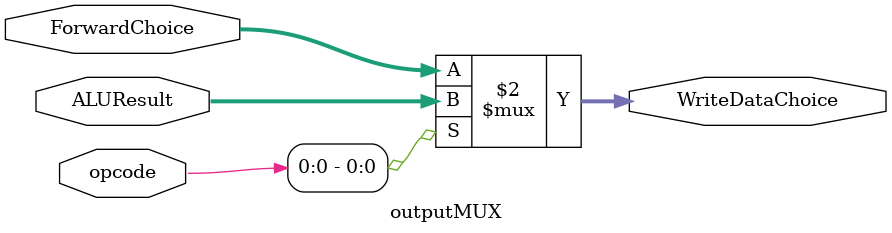
<source format=v>
`timescale 1ns / 1ps


module outputMUX(
    input [1:0] opcode,
    input [7:0] ALUResult,
    input [7:0] ForwardChoice,
    output [7:0] WriteDataChoice
    );
    
assign WriteDataChoice = (opcode[0]==0) ? ForwardChoice : ALUResult;

endmodule

</source>
